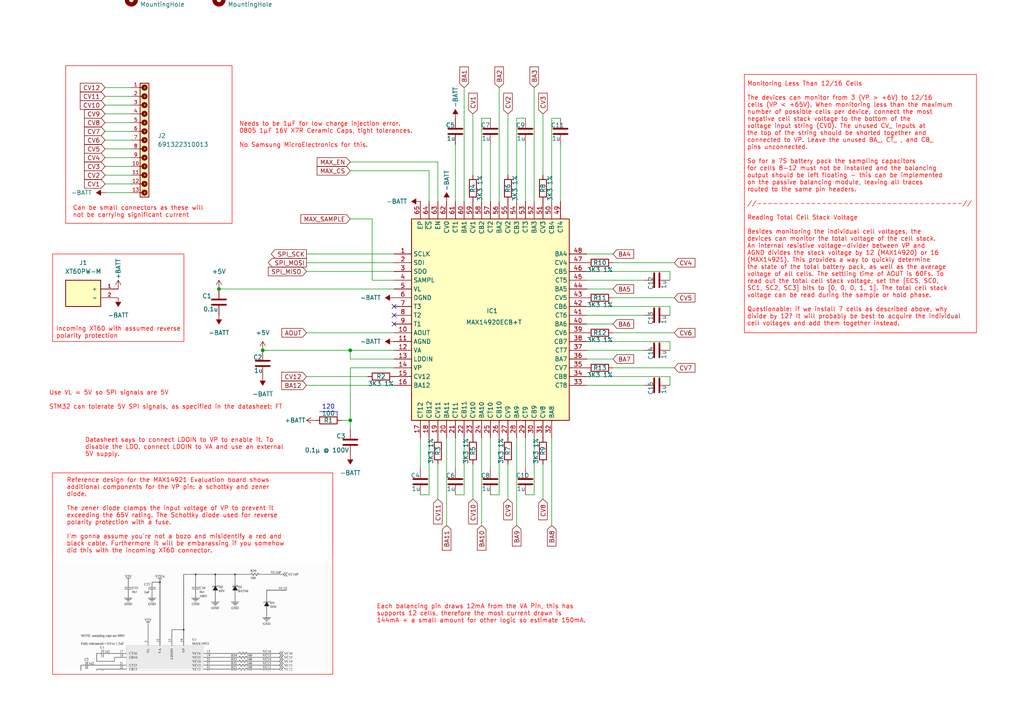
<source format=kicad_sch>
(kicad_sch (version 20250114) (generator "eeschema") (generator_version "9.0")
  (paper "A4")
  (title_block (title "IEM - Battery Management System") (date "2024-12-21") (rev "Rev 1.2") (company "Imperial Eco Marathon") (comment 1 "Designed by Anthony Ng") (comment 2 "Reviewed by "))
  (lib_symbols
    (symbol "691322310013:691322310013" (pin_names (offset 1.016))
      (property "Reference" "J" (at -17.69 -1.205 0))
      (symbol "691322310013_0_0"
        (rectangle (start -16.51 -2.54) (end 16.51 0) (stroke (width 0.254)) (fill (type background)))
        (circle (center -15.24 -1.27) (radius 0.254) (stroke (width 0.635)))
        (polyline (pts (xy -15.24 -1.27) (xy -15.24 -2.54)) (stroke (width 0.254)))
        (circle (center -12.7 -1.27) (radius 0.254) (stroke (width 0.635)))
        (polyline (pts (xy -12.7 -1.27) (xy -12.7 -2.54)) (stroke (width 0.254)))
        (circle (center -10.16 -1.27) (radius 0.254) (stroke (width 0.635)))
        (polyline (pts (xy -10.16 -1.27) (xy -10.16 -2.54)) (stroke (width 0.254)))
        (circle (center -7.62 -1.27) (radius 0.254) (stroke (width 0.635)))
        (polyline (pts (xy -7.62 -1.27) (xy -7.62 -2.54)) (stroke (width 0.254)))
        (circle (center -5.08 -1.27) (radius 0.254) (stroke (width 0.635)))
        (polyline (pts (xy -5.08 -1.27) (xy -5.08 -2.54)) (stroke (width 0.254)))
        (circle (center -2.54 -1.27) (radius 0.254) (stroke (width 0.635)))
        (polyline (pts (xy -2.54 -1.27) (xy -2.54 -2.54)) (stroke (width 0.254)))
        (polyline (pts (xy 0 -1.27) (xy 0 -2.54)) (stroke (width 0.254)))
        (circle (center 0 -1.27) (radius 0.254) (stroke (width 0.635)))
        (polyline (pts (xy 2.54 -1.27) (xy 2.54 -2.54)) (stroke (width 0.254)))
        (circle (center 2.54 -1.27) (radius 0.254) (stroke (width 0.635)))
        (polyline (pts (xy 5.08 -1.27) (xy 5.08 -2.54)) (stroke (width 0.254)))
        (circle (center 5.08 -1.27) (radius 0.254) (stroke (width 0.635)))
        (polyline (pts (xy 7.62 -1.27) (xy 7.62 -2.54)) (stroke (width 0.254)))
        (circle (center 7.62 -1.27) (radius 0.254) (stroke (width 0.635)))
        (polyline (pts (xy 10.16 -1.27) (xy 10.16 -2.54)) (stroke (width 0.254)))
        (circle (center 10.16 -1.27) (radius 0.254) (stroke (width 0.635)))
        (polyline (pts (xy 12.7 -1.27) (xy 12.7 -2.54)) (stroke (width 0.254)))
        (circle (center 12.7 -1.27) (radius 0.254) (stroke (width 0.635)))
        (polyline (pts (xy 15.24 -1.27) (xy 15.24 -2.54)) (stroke (width 0.254)))
        (circle (center 15.24 -1.27) (radius 0.254) (stroke (width 0.635)))
        (pin passive line (at -15.24 -5.08 90) (length 2.54) (name "~") (number "1"))
        (pin passive line (at -12.7 -5.08 90) (length 2.54) (name "~") (number "2"))
        (pin passive line (at -10.16 -5.08 90) (length 2.54) (name "~") (number "3"))
        (pin passive line (at -7.62 -5.08 90) (length 2.54) (name "~") (number "4"))
        (pin passive line (at -5.08 -5.08 90) (length 2.54) (name "~") (number "5"))
        (pin passive line (at -2.54 -5.08 90) (length 2.54) (name "~") (number "6"))
        (pin passive line (at 0 -5.08 90) (length 2.54) (name "~") (number "7"))
        (pin passive line (at 2.54 -5.08 90) (length 2.54) (name "~") (number "8"))
        (pin passive line (at 5.08 -5.08 90) (length 2.54) (name "~") (number "9"))
        (pin passive line (at 7.62 -5.08 90) (length 2.54) (name "~") (number "10"))
        (pin passive line (at 10.16 -5.08 90) (length 2.54) (name "~") (number "11"))
        (pin passive line (at 12.7 -5.08 90) (length 2.54) (name "~") (number "12"))
        (pin passive line (at 15.24 -5.08 90) (length 2.54) (name "~") (number "13"))
      )
    )
    (symbol "Device:C" (pin_numbers (hide yes)) (pin_names (offset 0.254))
      (property "Reference" "C" (at 0.635 2.54 0))
      (property "Value" "C" (at 0.635 -2.54 0))
      (symbol "C_0_1"
        (polyline (pts (xy -2.032 0.762) (xy 2.032 0.762)) (stroke (width 0.508)))
        (polyline (pts (xy -2.032 -0.762) (xy 2.032 -0.762)) (stroke (width 0.508)))
      )
      (symbol "C_1_1"
        (pin passive line (at 0 3.81 270) (length 2.794) (name "~") (number "1"))
        (pin passive line (at 0 -3.81 90) (length 2.794) (name "~") (number "2"))
      )
    )
    (symbol "Device:R" (pin_numbers (hide yes)) (pin_names (offset 0))
      (property "Reference" "R" (at 2.032 0 90))
      (property "Value" "R" (at 0 0 90))
      (symbol "R_0_1"
        (rectangle (start -1.016 -2.54) (end 1.016 2.54) (stroke (width 0.254)))
      )
      (symbol "R_1_1"
        (pin passive line (at 0 3.81 270) (length 1.27) (name "~") (number "1"))
        (pin passive line (at 0 -3.81 90) (length 1.27) (name "~") (number "2"))
      )
    )
    (symbol "MAX14920ECB+T:MAX14920ECB+T"
      (property "Reference" "IC" (at 52.07 15.24 0))
      (property "Value" "MAX14920ECB+T" (at 52.07 12.7 0))
      (symbol "MAX14920ECB+T_1_1"
        (rectangle (start 5.08 10.16) (end 50.8 -48.26) (stroke (width 0.254)) (fill (type background)))
        (pin passive line (at 0 0 0) (length 5.08) (name "SCLK") (number "1"))
        (pin passive line (at 0 -2.54 0) (length 5.08) (name "SDI") (number "2"))
        (pin passive line (at 0 -5.08 0) (length 5.08) (name "SDO") (number "3"))
        (pin passive line (at 0 -7.62 0) (length 5.08) (name "SAMPL") (number "4"))
        (pin passive line (at 0 -10.16 0) (length 5.08) (name "VL") (number "5"))
        (pin passive line (at 0 -12.7 0) (length 5.08) (name "DGND") (number "6"))
        (pin passive line (at 0 -15.24 0) (length 5.08) (name "T3") (number "7"))
        (pin passive line (at 0 -17.78 0) (length 5.08) (name "T2") (number "8"))
        (pin passive line (at 0 -20.32 0) (length 5.08) (name "T1") (number "9"))
        (pin passive line (at 0 -22.86 0) (length 5.08) (name "AOUT") (number "10"))
        (pin passive line (at 0 -25.4 0) (length 5.08) (name "AGND") (number "11"))
        (pin passive line (at 0 -27.94 0) (length 5.08) (name "VA") (number "12"))
        (pin passive line (at 0 -30.48 0) (length 5.08) (name "LDOIN") (number "13"))
        (pin passive line (at 0 -33.02 0) (length 5.08) (name "VP") (number "14"))
        (pin passive line (at 0 -35.56 0) (length 5.08) (name "CV12") (number "15"))
        (pin passive line (at 0 -38.1 0) (length 5.08) (name "BA12") (number "16"))
        (pin passive line (at 7.62 15.24 270) (length 5.08) (name "EP") (number "65"))
        (pin passive line (at 7.62 -53.34 90) (length 5.08) (name "CT12") (number "17"))
        (pin passive line (at 10.16 15.24 270) (length 5.08) (name "~{CS}") (number "64"))
        (pin passive line (at 10.16 -53.34 90) (length 5.08) (name "CB12") (number "18"))
        (pin passive line (at 12.7 15.24 270) (length 5.08) (name "EN") (number "63"))
        (pin passive line (at 12.7 -53.34 90) (length 5.08) (name "CV11") (number "19"))
        (pin passive line (at 15.24 15.24 270) (length 5.08) (name "CV0") (number "62"))
        (pin passive line (at 15.24 -53.34 90) (length 5.08) (name "BA11") (number "20"))
        (pin passive line (at 17.78 15.24 270) (length 5.08) (name "CT1") (number "61"))
        (pin passive line (at 17.78 -53.34 90) (length 5.08) (name "CT11") (number "21"))
        (pin passive line (at 20.32 15.24 270) (length 5.08) (name "BA1") (number "60"))
        (pin passive line (at 20.32 -53.34 90) (length 5.08) (name "CB11") (number "22"))
        (pin passive line (at 22.86 15.24 270) (length 5.08) (name "CV1") (number "59"))
        (pin passive line (at 22.86 -53.34 90) (length 5.08) (name "CV10") (number "23"))
        (pin passive line (at 25.4 15.24 270) (length 5.08) (name "CB2") (number "58"))
        (pin passive line (at 25.4 -53.34 90) (length 5.08) (name "BA10") (number "24"))
        (pin passive line (at 27.94 15.24 270) (length 5.08) (name "CT2") (number "57"))
        (pin passive line (at 27.94 -53.34 90) (length 5.08) (name "CT10") (number "25"))
        (pin passive line (at 30.48 15.24 270) (length 5.08) (name "BA2") (number "56"))
        (pin passive line (at 30.48 -53.34 90) (length 5.08) (name "CB10") (number "26"))
        (pin passive line (at 33.02 15.24 270) (length 5.08) (name "CV2") (number "55"))
        (pin passive line (at 33.02 -53.34 90) (length 5.08) (name "CV9") (number "27"))
        (pin passive line (at 35.56 15.24 270) (length 5.08) (name "CB3") (number "54"))
        (pin passive line (at 35.56 -53.34 90) (length 5.08) (name "BA9") (number "28"))
        (pin passive line (at 38.1 15.24 270) (length 5.08) (name "CT3") (number "53"))
        (pin passive line (at 38.1 -53.34 90) (length 5.08) (name "CT9") (number "29"))
        (pin passive line (at 40.64 15.24 270) (length 5.08) (name "BA3") (number "52"))
        (pin passive line (at 40.64 -53.34 90) (length 5.08) (name "CB9") (number "30"))
        (pin passive line (at 43.18 15.24 270) (length 5.08) (name "CV3") (number "51"))
        (pin passive line (at 43.18 -53.34 90) (length 5.08) (name "CV8") (number "31"))
        (pin passive line (at 45.72 15.24 270) (length 5.08) (name "CB4") (number "50"))
        (pin passive line (at 45.72 -53.34 90) (length 5.08) (name "BA8") (number "32"))
        (pin passive line (at 48.26 15.24 270) (length 5.08) (name "CT4") (number "49"))
        (pin passive line (at 55.88 0 180) (length 5.08) (name "BA4") (number "48"))
        (pin passive line (at 55.88 -2.54 180) (length 5.08) (name "CV4") (number "47"))
        (pin passive line (at 55.88 -5.08 180) (length 5.08) (name "CB5") (number "46"))
        (pin passive line (at 55.88 -7.62 180) (length 5.08) (name "CT5") (number "45"))
        (pin passive line (at 55.88 -10.16 180) (length 5.08) (name "BA5") (number "44"))
        (pin passive line (at 55.88 -12.7 180) (length 5.08) (name "CV5") (number "43"))
        (pin passive line (at 55.88 -15.24 180) (length 5.08) (name "CB6") (number "42"))
        (pin passive line (at 55.88 -17.78 180) (length 5.08) (name "CT6") (number "41"))
        (pin passive line (at 55.88 -20.32 180) (length 5.08) (name "BA6") (number "40"))
        (pin passive line (at 55.88 -22.86 180) (length 5.08) (name "CV6") (number "39"))
        (pin passive line (at 55.88 -25.4 180) (length 5.08) (name "CB7") (number "38"))
        (pin passive line (at 55.88 -27.94 180) (length 5.08) (name "CT7") (number "37"))
        (pin passive line (at 55.88 -30.48 180) (length 5.08) (name "BA7") (number "36"))
        (pin passive line (at 55.88 -33.02 180) (length 5.08) (name "CV7") (number "35"))
        (pin passive line (at 55.88 -35.56 180) (length 5.08) (name "CB8") (number "34"))
        (pin passive line (at 55.88 -38.1 180) (length 5.08) (name "CT8") (number "33"))
      )
    )
    (symbol "Mechanical:MountingHole" (pin_names (offset 1.016)) (exclude_from_sim yes) (in_bom no)
      (property "Reference" "H" (at 0 5.08 0))
      (property "Value" "MountingHole" (at 0 3.175 0))
      (symbol "MountingHole_0_1"
        (circle (center 0 0) (radius 1.27) (stroke (width 1.27)))
      )
    )
    (symbol "XT60PW-M:XT60PW-M" (pin_names (offset 1.016))
      (property "Reference" "J" (at -5.08 5.7234 0))
      (property "Value" "XT60PW-M" (at -5.08 -5.0923 0))
      (symbol "XT60PW-M_0_0"
        (rectangle (start -5.08 -2.54) (end 5.08 5.08) (stroke (width 0.254)) (fill (type background)))
        (pin passive line (at -10.16 2.54 0) (length 5.08) (name "+") (number "1"))
        (pin passive line (at -10.16 0 0) (length 5.08) (name "-") (number "2"))
      )
    )
    (symbol "power:+3.3V" (power) (pin_numbers (hide yes)) (pin_names (offset 0) (hide yes))
      (property "Value" "+3.3V" (at 0 3.556 0))
      (symbol "+3.3V_0_1"
        (polyline (pts (xy -0.762 1.27) (xy 0 2.54)))
        (polyline (pts (xy 0 2.54) (xy 0.762 1.27)))
        (polyline (pts (xy 0 0) (xy 0 2.54)))
      )
      (symbol "+3.3V_1_1"
        (pin power_in line (at 0 0 90) (length 0) (name "~") (number "1"))
      )
    )
    (symbol "power:+5V" (power) (pin_numbers (hide yes)) (pin_names (offset 0) (hide yes))
      (property "Value" "+5V" (at 0 3.556 0))
      (symbol "+5V_0_1"
        (polyline (pts (xy -0.762 1.27) (xy 0 2.54)))
        (polyline (pts (xy 0 2.54) (xy 0.762 1.27)))
        (polyline (pts (xy 0 0) (xy 0 2.54)))
      )
      (symbol "+5V_1_1"
        (pin power_in line (at 0 0 90) (length 0) (name "~") (number "1"))
      )
    )
    (symbol "power:+BATT" (power) (pin_numbers (hide yes)) (pin_names (offset 0) (hide yes))
      (property "Value" "+BATT" (at 0 3.556 0))
      (symbol "+BATT_0_1"
        (polyline (pts (xy -0.762 1.27) (xy 0 2.54)))
        (polyline (pts (xy 0 2.54) (xy 0.762 1.27)))
        (polyline (pts (xy 0 0) (xy 0 2.54)))
      )
      (symbol "+BATT_1_1"
        (pin power_in line (at 0 0 90) (length 0) (name "~") (number "1"))
      )
    )
    (symbol "power:-BATT" (power) (pin_numbers (hide yes)) (pin_names (offset 0) (hide yes))
      (property "Value" "-BATT" (at 0 3.556 0))
      (symbol "-BATT_0_1"
        (polyline (pts (xy 0 0) (xy 0 2.54)))
        (polyline (pts (xy 0.762 1.27) (xy -0.762 1.27) (xy 0 2.54) (xy 0.762 1.27)) (fill (type outline)))
      )
      (symbol "-BATT_1_1"
        (pin power_in line (at 0 0 90) (length 0) (name "~") (number "1"))
      )
    )
    (symbol "power:PWR_FLAG" (power) (pin_numbers (hide yes)) (pin_names (offset 0) (hide yes))
      (property "Value" "PWR_FLAG" (at 0 3.81 0))
      (symbol "PWR_FLAG_0_0"
        (pin power_out line (at 0 0 90) (length 0) (name "~") (number "1"))
      )
      (symbol "PWR_FLAG_0_1"
        (polyline (pts (xy 0 0) (xy 0 1.27) (xy -1.016 1.905) (xy 0 2.54) (xy 1.016 1.905) (xy 0 1.27)))
      )
    )
  )
  (rectangle (start 19.05 19.05) (end 67.31 64.77) (stroke (width 0) (color 255 0 0 1)))
  (rectangle (start 15.24 73.66) (end 53.34 99.06) (stroke (width 0) (color 255 0 0 1)))
  (rectangle (start 215.9 21.59) (end 283.21 96.52) (stroke (width 0) (color 255 0 0 1)))
  (rectangle (start 15.24 137.16) (end 96.52 195.58) (stroke (width 0) (color 255 0 0 1)))
  (text "Incoming XT60 with assumed reverse\npolarity protection" (at 16.256 96.52 0) (effects (font (size 1.27 1.27)) (justify left)))
  (text "Each balancing pin draws 12mA from the VA Pin, this has\nsupports 12 cells, therefore the most current drawn is \n144mA + a small amount for other logic so estimate 150mA. " (at 109.22 178.054 0) (effects (font (size 1.27 1.27)) (justify left)))
  (text "Datasheet says to connect LDOIN to VP to enable it. To\ndisable the LDO, connect LDOIN to VA and use an external\n5V supply." (at 24.638 129.794 0) (effects (font (size 1.27 1.27)) (justify left)))
  (text "120" (at 95.25 118.11 0) (effects (font (size 1.27 1.27))))
  (text "Monitoring Less Than 12/16 Cells\n\nThe devices can monitor from 3 (VP > +6V) to 12/16\ncells (VP < +65V). When monitoring less than the maximum \nnumber of possible cells per device, connect the most \nnegative cell stack voltage to the bottom of the\nvoltage input string (CV0). The unused CV_ inputs at\nthe top of the string should be shorted together and\nconnected to VP. Leave the unused BA_, CT_ , and CB_\npins unconnected.\n\nSo for a 7S battery pack the sampling capacitors\nfor cells 8-12 must not be installed and the balancing\noutput should be left floating - this can be implemented\non the passive balancing module, leaving all traces\nrouted to the same pin headers. \n\n//--------------------------------------//\n\nReading Total Cell Stack Voltage\n\nBesides monitoring the individual cell voltages, the\ndevices can monitor the total voltage of the cell stack.\nAn internal resistive voltage-divider between VP and\nAGND divides the stack voltage by 12 (MAX14920) or 16\n(MAX14921). This provides a way to quickly determine\nthe state of the total battery pack, as well as the average\nvoltage of all cells. The settling time of AOUT is 60Fs. To\nread out the total cell stack voltage, set the [ECS, SC0,\nSC1, SC2, SC3] bits to [0, 0, 0, 1, 1]. The total cell stack\nvoltage can be read during the sample or hold phase.\n\nQuestionable: if we install 7 cells as described above, why\ndivide by 12? It will probably be best to acquire the individual\ncell voltages and add them together instead. " (at 216.662 59.182 0) (effects (font (size 1.27 1.27)) (justify left)))
  (text "Reference design for the MAX14921 Evaluation board shows \nadditional components for the VP pin: a schottky and zener\ndiode. \n\nThe zener diode clamps the input voltage of VP to prevent it\nexceeding the 65V rating. The Schottky diode used for reverse\npolarity protection with a fuse. \n\nI'm gonna assume you're not a bozo and misidentify a red and\nblack cable. Furthermore it will be embarassing if you somehow\ndid this with the incoming XT60 connector." (at 19.304 149.606 0) (effects (font (size 1.27 1.27)) (justify left)))
  (text "Needs to be 1µF for low charge injection error. \n0805 1µF 16V X7R Ceramic Caps, tight tolerances.\n\nNo Samsung MicroElectronics for this." (at 69.342 39.116 0) (effects (font (size 1.27 1.27)) (justify left)))
  (text "Can be small connectors as these will\nnot be carrying significant current" (at 21.082 61.468 0) (effects (font (size 1.27 1.27)) (justify left)))
  (text "Use VL = 5V so SPI signals are 5V\n\nSTM32 can tolerate 5V SPI signals, as specified in the datasheet: FT" (at 14.224 116.078 0) (effects (font (size 1.27 1.27)) (justify left)))
  (junction (at 63.5 83.82))
  (junction (at 101.6 121.92))
  (junction (at 101.6 101.6))
  (junction (at 76.2 101.6))
  (no_connect (at 114.3 93.98))
  (no_connect (at 114.3 91.44))
  (no_connect (at 114.3 88.9))
  (wire (pts (xy 194.31 109.22) (xy 194.31 111.76)))
  (wire (pts (xy 30.48 25.4) (xy 38.1 25.4)))
  (wire (pts (xy 30.48 27.94) (xy 38.1 27.94)))
  (wire (pts (xy 149.86 58.42) (xy 149.86 34.29)))
  (wire (pts (xy 177.8 96.52) (xy 195.58 96.52)))
  (wire (pts (xy 170.18 104.14) (xy 177.8 104.14)))
  (wire (pts (xy 160.02 34.29) (xy 162.56 34.29)))
  (wire (pts (xy 121.92 143.51) (xy 124.46 143.51)))
  (wire (pts (xy 162.56 41.91) (xy 162.56 58.42)))
  (wire (pts (xy 88.9 109.22) (xy 106.68 109.22)))
  (wire (pts (xy 152.4 41.91) (xy 152.4 58.42)))
  (wire (pts (xy 194.31 88.9) (xy 194.31 91.44)))
  (wire (pts (xy 132.08 127) (xy 132.08 135.89)))
  (wire (pts (xy 134.62 25.4) (xy 134.62 58.42)))
  (wire (pts (xy 88.9 111.76) (xy 114.3 111.76)))
  (wire (pts (xy 177.8 86.36) (xy 195.58 86.36)))
  (wire (pts (xy 194.31 99.06) (xy 194.31 101.6)))
  (wire (pts (xy 114.3 104.14) (xy 101.6 104.14)))
  (wire (pts (xy 149.86 34.29) (xy 152.4 34.29)))
  (wire (pts (xy 139.7 58.42) (xy 139.7 34.29)))
  (wire (pts (xy 154.94 127) (xy 154.94 143.51)))
  (wire (pts (xy 30.48 38.1) (xy 38.1 38.1)))
  (polyline (pts (xy 92.71 119.38) (xy 97.79 119.38)))
  (wire (pts (xy 144.78 25.4) (xy 144.78 58.42)))
  (wire (pts (xy 170.18 101.6) (xy 186.69 101.6)))
  (wire (pts (xy 134.62 127) (xy 134.62 143.51)))
  (wire (pts (xy 30.48 50.8) (xy 38.1 50.8)))
  (wire (pts (xy 101.6 101.6) (xy 114.3 101.6)))
  (wire (pts (xy 177.8 76.2) (xy 195.58 76.2)))
  (wire (pts (xy 99.06 121.92) (xy 101.6 121.92)))
  (wire (pts (xy 194.31 78.74) (xy 194.31 81.28)))
  (wire (pts (xy 139.7 34.29) (xy 142.24 34.29)))
  (wire (pts (xy 30.48 55.88) (xy 38.1 55.88)))
  (wire (pts (xy 88.9 76.2) (xy 114.3 76.2)))
  (wire (pts (xy 30.48 43.18) (xy 38.1 43.18)))
  (wire (pts (xy 30.48 45.72) (xy 38.1 45.72)))
  (wire (pts (xy 142.24 127) (xy 142.24 135.89)))
  (wire (pts (xy 107.95 63.5) (xy 107.95 81.28)))
  (wire (pts (xy 157.48 33.02) (xy 157.48 50.8)))
  (wire (pts (xy 30.48 33.02) (xy 38.1 33.02)))
  (wire (pts (xy 88.9 96.52) (xy 114.3 96.52)))
  (wire (pts (xy 101.6 106.68) (xy 101.6 121.92)))
  (wire (pts (xy 107.95 81.28) (xy 114.3 81.28)))
  (wire (pts (xy 121.92 127) (xy 121.92 135.89)))
  (wire (pts (xy 88.9 78.74) (xy 114.3 78.74)))
  (wire (pts (xy 129.54 127) (xy 129.54 152.4)))
  (wire (pts (xy 154.94 143.51) (xy 152.4 143.51)))
  (wire (pts (xy 170.18 81.28) (xy 186.69 81.28)))
  (wire (pts (xy 76.2 101.6) (xy 101.6 101.6)))
  (wire (pts (xy 157.48 134.62) (xy 157.48 144.78)))
  (wire (pts (xy 124.46 49.53) (xy 124.46 58.42)))
  (wire (pts (xy 160.02 127) (xy 160.02 152.4)))
  (wire (pts (xy 170.18 83.82) (xy 177.8 83.82)))
  (wire (pts (xy 170.18 111.76) (xy 186.69 111.76)))
  (wire (pts (xy 144.78 127) (xy 144.78 143.51)))
  (wire (pts (xy 170.18 73.66) (xy 177.8 73.66)))
  (wire (pts (xy 101.6 49.53) (xy 124.46 49.53)))
  (wire (pts (xy 170.18 88.9) (xy 194.31 88.9)))
  (wire (pts (xy 170.18 99.06) (xy 194.31 99.06)))
  (wire (pts (xy 139.7 127) (xy 139.7 152.4)))
  (wire (pts (xy 63.5 83.82) (xy 114.3 83.82)))
  (wire (pts (xy 30.48 53.34) (xy 38.1 53.34)))
  (wire (pts (xy 160.02 58.42) (xy 160.02 34.29)))
  (wire (pts (xy 137.16 134.62) (xy 137.16 144.78)))
  (wire (pts (xy 30.48 30.48) (xy 38.1 30.48)))
  (wire (pts (xy 127 46.99) (xy 127 58.42)))
  (wire (pts (xy 170.18 93.98) (xy 177.8 93.98)))
  (wire (pts (xy 88.9 73.66) (xy 114.3 73.66)))
  (wire (pts (xy 144.78 143.51) (xy 142.24 143.51)))
  (wire (pts (xy 101.6 104.14) (xy 101.6 101.6)))
  (wire (pts (xy 170.18 109.22) (xy 194.31 109.22)))
  (wire (pts (xy 177.8 106.68) (xy 195.58 106.68)))
  (wire (pts (xy 152.4 127) (xy 152.4 135.89)))
  (wire (pts (xy 170.18 91.44) (xy 186.69 91.44)))
  (wire (pts (xy 30.48 40.64) (xy 38.1 40.64)))
  (wire (pts (xy 114.3 106.68) (xy 101.6 106.68)))
  (wire (pts (xy 101.6 63.5) (xy 107.95 63.5)))
  (wire (pts (xy 154.94 25.4) (xy 154.94 58.42)))
  (wire (pts (xy 149.86 127) (xy 149.86 152.4)))
  (wire (pts (xy 134.62 143.51) (xy 132.08 143.51)))
  (wire (pts (xy 137.16 33.02) (xy 137.16 50.8)))
  (wire (pts (xy 132.08 41.91) (xy 132.08 58.42)))
  (wire (pts (xy 127 134.62) (xy 127 144.78)))
  (wire (pts (xy 142.24 41.91) (xy 142.24 58.42)))
  (wire (pts (xy 101.6 121.92) (xy 101.6 124.46)))
  (wire (pts (xy 30.48 35.56) (xy 38.1 35.56)))
  (wire (pts (xy 124.46 127) (xy 124.46 143.51)))
  (wire (pts (xy -38.1 81.28) (xy -38.1 78.74)))
  (wire (pts (xy 101.6 46.99) (xy 127 46.99)))
  (wire (pts (xy 147.32 134.62) (xy 147.32 144.78)))
  (wire (pts (xy 30.48 48.26) (xy 38.1 48.26)))
  (wire (pts (xy 170.18 78.74) (xy 194.31 78.74)))
  (wire (pts (xy 147.32 33.02) (xy 147.32 50.8)))
  (polyline (pts (xy 97.79 119.38) (xy 97.79 120.65)))
  (image (at 55.88 177.8) (scale 1.34799))
  (global_label "SPI_MISO" (shape input) (at 88.9 78.74 180) (property "Intersheetrefs" "${INTERSHEET_REFS}" (effects (hide yes))))
  (global_label "CV3" (shape input) (at 30.48 48.26 180) (property "Intersheetrefs" "${INTERSHEET_REFS}" (effects (hide yes))))
  (global_label "CV3" (shape input) (at 157.48 33.02 90) (property "Intersheetrefs" "${INTERSHEET_REFS}" (effects (hide yes))))
  (global_label "CV1" (shape input) (at 137.16 33.02 90) (property "Intersheetrefs" "${INTERSHEET_REFS}" (effects (hide yes))))
  (global_label "CV8" (shape input) (at 30.48 35.56 180) (property "Intersheetrefs" "${INTERSHEET_REFS}" (effects (hide yes))))
  (global_label "BA6" (shape input) (at 177.8 93.98 0) (property "Intersheetrefs" "${INTERSHEET_REFS}" (effects (hide yes))))
  (global_label "BA3" (shape input) (at 154.94 25.4 90) (property "Intersheetrefs" "${INTERSHEET_REFS}" (effects (hide yes))))
  (global_label "BA5" (shape input) (at 177.8 83.82 0) (property "Intersheetrefs" "${INTERSHEET_REFS}" (effects (hide yes))))
  (global_label "CV8" (shape input) (at 157.48 144.78 270) (property "Intersheetrefs" "${INTERSHEET_REFS}" (effects (hide yes))))
  (global_label "CV2" (shape input) (at 147.32 33.02 90) (property "Intersheetrefs" "${INTERSHEET_REFS}" (effects (hide yes))))
  (global_label "BA12" (shape input) (at 88.9 111.76 180) (property "Intersheetrefs" "${INTERSHEET_REFS}" (effects (hide yes))))
  (global_label "CV4" (shape input) (at 195.58 76.2 0) (property "Intersheetrefs" "${INTERSHEET_REFS}" (effects (hide yes))))
  (global_label "CV1" (shape input) (at 30.48 53.34 180) (property "Intersheetrefs" "${INTERSHEET_REFS}" (effects (hide yes))))
  (global_label "MAX_CS" (shape input) (at 101.6 49.53 180) (property "Intersheetrefs" "${INTERSHEET_REFS}" (effects (hide yes))))
  (global_label "CV7" (shape input) (at 30.48 38.1 180) (property "Intersheetrefs" "${INTERSHEET_REFS}" (effects (hide yes))))
  (global_label "SPI_MOSI" (shape output) (at 88.9 76.2 180) (property "Intersheetrefs" "${INTERSHEET_REFS}" (effects (hide yes))))
  (global_label "MAX_SAMPLE" (shape input) (at 101.6 63.5 180) (property "Intersheetrefs" "${INTERSHEET_REFS}" (effects (hide yes))))
  (global_label "BA1" (shape input) (at 134.62 25.4 90) (property "Intersheetrefs" "${INTERSHEET_REFS}" (effects (hide yes))))
  (global_label "CV9" (shape input) (at 30.48 33.02 180) (property "Intersheetrefs" "${INTERSHEET_REFS}" (effects (hide yes))))
  (global_label "MAX_EN" (shape input) (at 101.6 46.99 180) (property "Intersheetrefs" "${INTERSHEET_REFS}" (effects (hide yes))))
  (global_label "BA9" (shape input) (at 149.86 152.4 270) (property "Intersheetrefs" "${INTERSHEET_REFS}" (effects (hide yes))))
  (global_label "BA4" (shape input) (at 177.8 73.66 0) (property "Intersheetrefs" "${INTERSHEET_REFS}" (effects (hide yes))))
  (global_label "BA7" (shape input) (at 177.8 104.14 0) (property "Intersheetrefs" "${INTERSHEET_REFS}" (effects (hide yes))))
  (global_label "CV5" (shape input) (at 195.58 86.36 0) (property "Intersheetrefs" "${INTERSHEET_REFS}" (effects (hide yes))))
  (global_label "CV4" (shape input) (at 30.48 45.72 180) (property "Intersheetrefs" "${INTERSHEET_REFS}" (effects (hide yes))))
  (global_label "CV11" (shape input) (at 127 144.78 270) (property "Intersheetrefs" "${INTERSHEET_REFS}" (effects (hide yes))))
  (global_label "BA11" (shape input) (at 129.54 152.4 270) (property "Intersheetrefs" "${INTERSHEET_REFS}" (effects (hide yes))))
  (global_label "CV2" (shape input) (at 30.48 50.8 180) (property "Intersheetrefs" "${INTERSHEET_REFS}" (effects (hide yes))))
  (global_label "AOUT" (shape input) (at 88.9 96.52 180) (property "Intersheetrefs" "${INTERSHEET_REFS}" (effects (hide yes))))
  (global_label "CV7" (shape input) (at 195.58 106.68 0) (property "Intersheetrefs" "${INTERSHEET_REFS}" (effects (hide yes))))
  (global_label "CV11" (shape input) (at 30.48 27.94 180) (property "Intersheetrefs" "${INTERSHEET_REFS}" (effects (hide yes))))
  (global_label "CV6" (shape input) (at 195.58 96.52 0) (property "Intersheetrefs" "${INTERSHEET_REFS}" (effects (hide yes))))
  (global_label "CV10" (shape input) (at 30.48 30.48 180) (property "Intersheetrefs" "${INTERSHEET_REFS}" (effects (hide yes))))
  (global_label "SPI_SCK" (shape output) (at 88.9 73.66 180) (property "Intersheetrefs" "${INTERSHEET_REFS}" (effects (hide yes))))
  (global_label "CV5" (shape input) (at 30.48 43.18 180) (property "Intersheetrefs" "${INTERSHEET_REFS}" (effects (hide yes))))
  (global_label "CV10" (shape input) (at 137.16 144.78 270) (property "Intersheetrefs" "${INTERSHEET_REFS}" (effects (hide yes))))
  (global_label "CV9" (shape input) (at 147.32 144.78 270) (property "Intersheetrefs" "${INTERSHEET_REFS}" (effects (hide yes))))
  (global_label "CV12" (shape input) (at 88.9 109.22 180) (property "Intersheetrefs" "${INTERSHEET_REFS}" (effects (hide yes))))
  (global_label "BA8" (shape input) (at 160.02 152.4 270) (property "Intersheetrefs" "${INTERSHEET_REFS}" (effects (hide yes))))
  (global_label "CV12" (shape input) (at 30.48 25.4 180) (property "Intersheetrefs" "${INTERSHEET_REFS}" (effects (hide yes))))
  (global_label "BA2" (shape input) (at 144.78 25.4 90) (property "Intersheetrefs" "${INTERSHEET_REFS}" (effects (hide yes))))
  (global_label "BA10" (shape input) (at 139.7 152.4 270) (property "Intersheetrefs" "${INTERSHEET_REFS}" (effects (hide yes))))
  (global_label "CV6" (shape input) (at 30.48 40.64 180) (property "Intersheetrefs" "${INTERSHEET_REFS}" (effects (hide yes))))
  (symbol (lib_id "Device:C") (at 190.5 101.6 270) (unit 1)
    (property "Reference" "C14" (at 188.722 104.394 0) (effects (justify right)))
    (property "Value" "1u" (at 192.532 104.14 0) (effects (justify right)))
    (property "Footprint" "Capacitor_SMD:C_0805_2012Metric_Pad1.18x1.45mm_HandSolder" (effects (hide yes)))
    (property "Description" "Unpolarized capacitor" (effects (hide yes)))
  )
  (symbol (lib_id "power:+BATT") (at -63.5 78.74 0) (unit 1)
    (property "Reference" "#PWR01" (effects (hide yes)))
    (property "Value" "+BATT" (at -63.5 72.898 90))
    (property "Description" "Power symbol creates a global label with name \"+BATT\"" (effects (hide yes)))
  )
  (symbol (lib_id "power:-BATT") (at 129.54 58.42 0) (unit 1)
    (property "Reference" "#PWR017" (effects (hide yes)))
    (property "Value" "-BATT" (at 129.54 52.324 90))
    (property "Description" "Power symbol creates a global label with name \"-BATT\"" (effects (hide yes)))
  )
  (symbol (lib_id "power:-BATT") (at 121.92 58.42 90) (unit 1)
    (property "Reference" "#PWR016" (effects (hide yes)))
    (property "Value" "-BATT" (at 118.11 58.4199 90) (effects (justify left)))
    (property "Description" "Power symbol creates a global label with name \"-BATT\"" (effects (hide yes)))
  )
  (symbol (lib_id "power:-BATT") (at 114.3 99.06 90) (unit 1)
    (property "Reference" "#PWR015" (effects (hide yes)))
    (property "Value" "-BATT" (at 110.49 99.0599 90) (effects (justify left)))
    (property "Description" "Power symbol creates a global label with name \"-BATT\"" (effects (hide yes)))
  )
  (symbol (lib_id "Device:C") (at 121.92 139.7 180) (unit 1)
    (property "Reference" "C4" (at 119.126 137.922 0) (effects (justify right)))
    (property "Value" "1u" (at 119.38 141.732 0) (effects (justify right)))
    (property "Footprint" "Capacitor_SMD:C_0805_2012Metric_Pad1.18x1.45mm_HandSolder" (effects (hide yes)))
    (property "Description" "Unpolarized capacitor" (effects (hide yes)))
  )
  (symbol (lib_id "power:-BATT") (at -50.8 78.74 0) (mirror y) (unit 1)
    (property "Reference" "#PWR02" (effects (hide yes)))
    (property "Value" "-BATT" (at -50.8 73.66 0))
    (property "Description" "Power symbol creates a global label with name \"-BATT\"" (effects (hide yes)))
  )
  (symbol (lib_id "Device:C") (at 152.4 38.1 180) (unit 1)
    (property "Reference" "C9" (at 149.606 36.322 0) (effects (justify right)))
    (property "Value" "1u" (at 149.86 40.132 0) (effects (justify right)))
    (property "Footprint" "Capacitor_SMD:C_0805_2012Metric_Pad1.18x1.45mm_HandSolder" (effects (hide yes)))
    (property "Description" "Unpolarized capacitor" (effects (hide yes)))
  )
  (symbol (lib_id "power:-BATT") (at 34.29 86.36 180) (unit 1)
    (property "Reference" "#PWR07" (effects (hide yes)))
    (property "Value" "-BATT" (at 34.29 91.44 0))
    (property "Description" "Power symbol creates a global label with name \"-BATT\"" (effects (hide yes)))
  )
  (symbol (lib_id "power:+5V") (at 76.2 101.6 0) (unit 1)
    (property "Reference" "#PWR010" (effects (hide yes)))
    (property "Value" "+5V" (at 76.2 96.52 0))
    (property "Description" "Power symbol creates a global label with name \"+5V\"" (effects (hide yes)))
  )
  (symbol (lib_id "Device:R") (at 173.99 96.52 270) (unit 1)
    (property "Reference" "R12" (at 173.99 96.52 90))
    (property "Value" "3K3 1%" (at 173.99 98.552 90))
    (property "Footprint" "Resistor_SMD:R_0805_2012Metric_Pad1.20x1.40mm_HandSolder" (effects (hide yes)))
    (property "Description" "Resistor" (effects (hide yes)))
  )
  (symbol (lib_id "Device:R") (at 137.16 54.61 0) (unit 1)
    (property "Reference" "R4" (at 137.16 54.61 90))
    (property "Value" "3K3 1%" (at 139.192 54.61 90))
    (property "Footprint" "Resistor_SMD:R_0805_2012Metric_Pad1.20x1.40mm_HandSolder" (effects (hide yes)))
    (property "Description" "Resistor" (effects (hide yes)))
  )
  (symbol (lib_id "Device:R") (at 147.32 130.81 180) (unit 1)
    (property "Reference" "R7" (at 147.32 130.81 90))
    (property "Value" "3K3 1%" (at 145.288 130.81 90))
    (property "Footprint" "Resistor_SMD:R_0805_2012Metric_Pad1.20x1.40mm_HandSolder" (effects (hide yes)))
    (property "Description" "Resistor" (effects (hide yes)))
  )
  (symbol (lib_id "Device:R") (at 157.48 130.81 180) (unit 1)
    (property "Reference" "R9" (at 157.48 130.81 90))
    (property "Value" "3K3 1%" (at 155.448 130.81 90))
    (property "Footprint" "Resistor_SMD:R_0805_2012Metric_Pad1.20x1.40mm_HandSolder" (effects (hide yes)))
    (property "Description" "Resistor" (effects (hide yes)))
  )
  (symbol (lib_id "power:PWR_FLAG") (at -50.8 78.74 180) (unit 1)
    (property "Reference" "#FLG02" (effects (hide yes)))
    (property "Value" "PWR_FLAG" (at -50.8 83.82 0))
    (property "Description" "Special symbol for telling ERC where power comes from" (effects (hide yes)))
  )
  (symbol (lib_id "power:-BATT") (at 132.08 34.29 0) (unit 1)
    (property "Reference" "#PWR018" (effects (hide yes)))
    (property "Value" "-BATT" (at 132.08 28.194 90))
    (property "Description" "Power symbol creates a global label with name \"-BATT\"" (effects (hide yes)))
  )
  (symbol (lib_id "power:-BATT") (at 114.3 86.36 90) (unit 1)
    (property "Reference" "#PWR014" (effects (hide yes)))
    (property "Value" "-BATT" (at 110.49 86.3599 90) (effects (justify left)))
    (property "Description" "Power symbol creates a global label with name \"-BATT\"" (effects (hide yes)))
  )
  (symbol (lib_id "Device:R") (at 173.99 106.68 270) (unit 1)
    (property "Reference" "R13" (at 173.99 106.68 90))
    (property "Value" "3K3 1%" (at 173.99 108.712 90))
    (property "Footprint" "Resistor_SMD:R_0805_2012Metric_Pad1.20x1.40mm_HandSolder" (effects (hide yes)))
    (property "Description" "Resistor" (effects (hide yes)))
  )
  (symbol (lib_id "Device:R") (at 137.16 130.81 180) (unit 1)
    (property "Reference" "R5" (at 137.16 130.81 90))
    (property "Value" "3K3 1%" (at 135.128 130.81 90))
    (property "Footprint" "Resistor_SMD:R_0805_2012Metric_Pad1.20x1.40mm_HandSolder" (effects (hide yes)))
    (property "Description" "Resistor" (effects (hide yes)))
  )
  (symbol (lib_id "Device:R") (at 173.99 86.36 270) (unit 1)
    (property "Reference" "R11" (at 173.99 86.36 90))
    (property "Value" "3K3 1%" (at 173.99 88.392 90))
    (property "Footprint" "Resistor_SMD:R_0805_2012Metric_Pad1.20x1.40mm_HandSolder" (effects (hide yes)))
    (property "Description" "Resistor" (effects (hide yes)))
  )
  (symbol (lib_id "power:PWR_FLAG") (at -63.5 78.74 180) (unit 1)
    (property "Reference" "#FLG01" (effects (hide yes)))
    (property "Value" "PWR_FLAG" (at -63.5 83.82 0))
    (property "Description" "Special symbol for telling ERC where power comes from" (effects (hide yes)))
  )
  (symbol (lib_id "MAX14920ECB+T:MAX14920ECB+T") (at 114.3 73.66 0) (unit 1)
    (property "Reference" "IC1" (at 142.748 90.17 0))
    (property "Value" "MAX14920ECB+T" (at 143.256 93.472 0))
    (property "Footprint" "MAX14920ECB+T:QFP50P1200X1200X120-65N" (effects (hide yes)))
    (property "Datasheet" "https://datasheets.maximintegrated.com/en/ds/MAX14920-MAX14921.pdf" (effects (hide yes)))
    (property "Description" "Battery Management High-Accuracy 12-/16-Cell Measurement AFE" (effects (hide yes)))
    (property "Height" "1.2" (effects (hide yes)))
    (property "Manufacturer_Name" "Analog Devices" (effects (hide yes)))
    (property "Manufacturer_Part_Number" "MAX14920ECB+T" (effects (hide yes)))
    (property "Mouser Part Number" "700-MAX14920ECB+T" (effects (hide yes)))
    (property "Mouser Price/Stock" "https://www.mouser.co.uk/ProductDetail/Analog-Devices-Maxim-Integrated/MAX14920ECB%2bT?qs=Vwh6e7toGLiFw4nc7fzBRQ%3D%3D" (effects (hide yes)))
  )
  (symbol (lib_id "power:+5V") (at 63.5 83.82 0) (unit 1)
    (property "Reference" "#PWR08" (effects (hide yes)))
    (property "Value" "+5V" (at 63.5 78.74 0))
    (property "Description" "Power symbol creates a global label with name \"+5V\"" (effects (hide yes)))
  )
  (symbol (lib_id "Device:C") (at 101.6 128.27 180) (unit 1)
    (property "Reference" "C3" (at 97.536 126.492 0) (effects (justify right)))
    (property "Value" "0.1µ @ 100V" (at 88.392 130.556 0) (effects (justify right)))
    (property "Footprint" "Capacitor_SMD:C_0805_2012Metric_Pad1.18x1.45mm_HandSolder" (effects (hide yes)))
    (property "Description" "Unpolarized capacitor" (effects (hide yes)))
  )
  (symbol (lib_id "power:+BATT") (at 34.29 83.82 0) (unit 1)
    (property "Reference" "#PWR06" (effects (hide yes)))
    (property "Value" "+BATT" (at 34.29 77.978 90))
    (property "Description" "Power symbol creates a global label with name \"+BATT\"" (effects (hide yes)))
  )
  (symbol (lib_id "Device:R") (at 110.49 109.22 270) (unit 1)
    (property "Reference" "R2" (at 110.49 109.22 90))
    (property "Value" "3K3 1%" (at 110.49 111.252 90))
    (property "Footprint" "Resistor_SMD:R_0805_2012Metric_Pad1.20x1.40mm_HandSolder" (effects (hide yes)))
    (property "Description" "Resistor" (effects (hide yes)))
  )
  (symbol (lib_id "Device:C") (at 142.24 139.7 180) (unit 1)
    (property "Reference" "C8" (at 139.446 137.922 0) (effects (justify right)))
    (property "Value" "1u" (at 139.7 141.732 0) (effects (justify right)))
    (property "Footprint" "Capacitor_SMD:C_0805_2012Metric_Pad1.18x1.45mm_HandSolder" (effects (hide yes)))
    (property "Description" "Unpolarized capacitor" (effects (hide yes)))
  )
  (symbol (lib_id "power:-BATT") (at 76.2 109.22 180) (unit 1)
    (property "Reference" "#PWR011" (effects (hide yes)))
    (property "Value" "-BATT" (at 76.2 114.3 0))
    (property "Description" "Power symbol creates a global label with name \"-BATT\"" (effects (hide yes)))
  )
  (symbol (lib_id "Device:C") (at 76.2 105.41 180) (unit 1)
    (property "Reference" "C2" (at 73.406 103.632 0) (effects (justify right)))
    (property "Value" "1u" (at 73.66 107.442 0) (effects (justify right)))
    (property "Footprint" "Capacitor_SMD:C_0805_2012Metric_Pad1.18x1.45mm_HandSolder" (effects (hide yes)))
    (property "Description" "Unpolarized capacitor" (effects (hide yes)))
  )
  (symbol (lib_id "Mechanical:MountingHole") (at 38.1 -25.4 0) (unit 1) (exclude_from_sim yes) (in_bom no)
    (property "Reference" "H1" (at 40.64 -26.6701 0) (effects (justify left)))
    (property "Value" "MountingHole" (at 40.64 -24.1301 0) (effects (justify left)))
    (property "Footprint" "MountingHole:MountingHole_3.2mm_M3_ISO14580_Pad" (effects (hide yes)))
    (property "Description" "Mounting Hole without connection" (effects (hide yes)))
  )
  (symbol (lib_id "Mechanical:MountingHole") (at 63.5 -12.7 0) (unit 1) (exclude_from_sim yes) (in_bom no)
    (property "Reference" "H5" (at 66.04 -13.9701 0) (effects (justify left)))
    (property "Value" "MountingHole" (at 66.04 -11.4301 0) (effects (justify left)))
    (property "Footprint" "MountingHole:MountingHole_3.2mm_M3_ISO14580_Pad" (effects (hide yes)))
    (property "Description" "Mounting Hole without connection" (effects (hide yes)))
  )
  (symbol (lib_id "Device:C") (at 190.5 81.28 270) (unit 1)
    (property "Reference" "C12" (at 188.722 84.074 0) (effects (justify right)))
    (property "Value" "1u" (at 192.532 83.82 0) (effects (justify right)))
    (property "Footprint" "Capacitor_SMD:C_0805_2012Metric_Pad1.18x1.45mm_HandSolder" (effects (hide yes)))
    (property "Description" "Unpolarized capacitor" (effects (hide yes)))
  )
  (symbol (lib_id "Device:C") (at 132.08 139.7 180) (unit 1)
    (property "Reference" "C6" (at 129.286 137.922 0) (effects (justify right)))
    (property "Value" "1u" (at 129.54 141.732 0) (effects (justify right)))
    (property "Footprint" "Capacitor_SMD:C_0805_2012Metric_Pad1.18x1.45mm_HandSolder" (effects (hide yes)))
    (property "Description" "Unpolarized capacitor" (effects (hide yes)))
  )
  (symbol (lib_id "power:-BATT") (at 63.5 91.44 180) (unit 1)
    (property "Reference" "#PWR09" (effects (hide yes)))
    (property "Value" "-BATT" (at 63.5 96.52 0))
    (property "Description" "Power symbol creates a global label with name \"-BATT\"" (effects (hide yes)))
  )
  (symbol (lib_id "Device:R") (at 173.99 76.2 270) (unit 1)
    (property "Reference" "R10" (at 173.99 76.2 90))
    (property "Value" "3K3 1%" (at 173.99 78.232 90))
    (property "Footprint" "Resistor_SMD:R_0805_2012Metric_Pad1.20x1.40mm_HandSolder" (effects (hide yes)))
    (property "Description" "Resistor" (effects (hide yes)))
  )
  (symbol (lib_id "power:-BATT") (at 101.6 132.08 180) (unit 1)
    (property "Reference" "#PWR013" (effects (hide yes)))
    (property "Value" "-BATT" (at 101.6 137.16 0))
    (property "Description" "Power symbol creates a global label with name \"-BATT\"" (effects (hide yes)))
  )
  (symbol (lib_id "Mechanical:MountingHole") (at 88.9 -12.7 0) (unit 1) (exclude_from_sim yes) (in_bom no)
    (property "Reference" "H7" (at 91.44 -13.9701 0) (effects (justify left)))
    (property "Value" "MountingHole" (at 91.44 -11.4301 0) (effects (justify left)))
    (property "Footprint" "MountingHole:MountingHole_3.2mm_M3_ISO14580_Pad" (effects (hide yes)))
    (property "Description" "Mounting Hole without connection" (effects (hide yes)))
  )
  (symbol (lib_id "Mechanical:MountingHole") (at 38.1 -12.7 0) (unit 1) (exclude_from_sim yes) (in_bom no)
    (property "Reference" "H2" (at 40.64 -13.9701 0) (effects (justify left)))
    (property "Value" "MountingHole" (at 40.64 -11.4301 0) (effects (justify left)))
    (property "Footprint" "MountingHole:MountingHole_3.2mm_M3_ISO14580_Pad" (effects (hide yes)))
    (property "Description" "Mounting Hole without connection" (effects (hide yes)))
  )
  (symbol (lib_id "Device:C") (at 152.4 139.7 180) (unit 1)
    (property "Reference" "C10" (at 149.606 137.922 0) (effects (justify right)))
    (property "Value" "1u" (at 149.86 141.732 0) (effects (justify right)))
    (property "Footprint" "Capacitor_SMD:C_0805_2012Metric_Pad1.18x1.45mm_HandSolder" (effects (hide yes)))
    (property "Description" "Unpolarized capacitor" (effects (hide yes)))
  )
  (symbol (lib_id "Device:R") (at 95.25 121.92 90) (unit 1)
    (property "Reference" "R1" (at 95.25 121.92 90))
    (property "Value" "100" (at 95.25 119.888 90))
    (property "Footprint" "Resistor_SMD:R_0805_2012Metric_Pad1.20x1.40mm_HandSolder" (effects (hide yes)))
    (property "Description" "Resistor" (effects (hide yes)))
  )
  (symbol (lib_id "Device:R") (at 147.32 54.61 0) (unit 1)
    (property "Reference" "R6" (at 147.32 54.61 90))
    (property "Value" "3K3 1%" (at 149.352 54.61 90))
    (property "Footprint" "Resistor_SMD:R_0805_2012Metric_Pad1.20x1.40mm_HandSolder" (effects (hide yes)))
    (property "Description" "Resistor" (effects (hide yes)))
  )
  (symbol (lib_id "Device:R") (at 127 130.81 180) (unit 1)
    (property "Reference" "R3" (at 127 130.81 90))
    (property "Value" "3K3 1%" (at 124.968 130.81 90))
    (property "Footprint" "Resistor_SMD:R_0805_2012Metric_Pad1.20x1.40mm_HandSolder" (effects (hide yes)))
    (property "Description" "Resistor" (effects (hide yes)))
  )
  (symbol (lib_id "Device:C") (at 190.5 91.44 270) (unit 1)
    (property "Reference" "C13" (at 188.722 94.234 0) (effects (justify right)))
    (property "Value" "1u" (at 192.532 93.98 0) (effects (justify right)))
    (property "Footprint" "Capacitor_SMD:C_0805_2012Metric_Pad1.18x1.45mm_HandSolder" (effects (hide yes)))
    (property "Description" "Unpolarized capacitor" (effects (hide yes)))
  )
  (symbol (lib_id "Mechanical:MountingHole") (at 38.1 0 0) (unit 1) (exclude_from_sim yes) (in_bom no)
    (property "Reference" "H3" (at 40.64 -1.2701 0) (effects (justify left)))
    (property "Value" "MountingHole" (at 40.64 1.2699 0) (effects (justify left)))
    (property "Footprint" "MountingHole:MountingHole_3.2mm_M3_ISO14580_Pad" (effects (hide yes)))
    (property "Description" "Mounting Hole without connection" (effects (hide yes)))
  )
  (symbol (lib_id "Device:C") (at 63.5 87.63 180) (unit 1)
    (property "Reference" "C1" (at 58.674 85.852 0) (effects (justify right)))
    (property "Value" "0.1u" (at 58.928 89.662 0) (effects (justify right)))
    (property "Footprint" "Capacitor_SMD:C_0805_2012Metric_Pad1.18x1.45mm_HandSolder" (effects (hide yes)))
    (property "Description" "Unpolarized capacitor" (effects (hide yes)))
  )
  (symbol (lib_id "691322310013:691322310013") (at 43.18 40.64 270) (unit 1)
    (property "Reference" "J2" (at 45.72 39.3699 90) (effects (justify left)))
    (property "Value" "691322310013" (at 45.72 41.9099 90) (effects (justify left)))
    (property "Footprint" "691322310013:691322310013" (effects (hide yes)))
    (property "MF" "Wurth Electronics" (effects (hide yes)))
    (property "Description_1" "\n                        \n                            13 Position Terminal Block Header, Male Pins, Shrouded (4 Side) 0.150 (3.81mm) 90°, Right Angle Through Hole\n                        \n" (effects (hide yes)))
    (property "Package" "None" (effects (hide yes)))
    (property "MOUNT" "THT" (effects (hide yes)))
    (property "IR-VDE" "10.5A" (effects (hide yes)))
    (property "IR-UL" "10A" (effects (hide yes)))
    (property "VALUE" "691322310013" (effects (hide yes)))
    (property "Availability" "In Stock" (effects (hide yes)))
    (property "WORKING-VOLTAGE-UL" "300V (AC)" (effects (hide yes)))
    (property "PART-NUMBER" "691322310013" (effects (hide yes)))
    (property "SnapEDA_Link" "https://www.snapeda.com/parts/691322310013/Wurth+Electronics/view-part/?ref=snap" (effects (hide yes)))
    (property "DATASHEET-URL" "https://www.we-online.com/catalog/datasheet/691322310013.pdf" (effects (hide yes)))
    (property "MP" "691322310013" (effects (hide yes)))
    (property "PITCH" "3.81mm" (effects (hide yes)))
    (property "PINS" "13" (effects (hide yes)))
    (property "WORKING-VOLTAGE-VDE" "300V (AC)" (effects (hide yes)))
    (property "TYPE" "Horizontal" (effects (hide yes)))
    (property "Price" "None" (effects (hide yes)))
    (property "Check_prices" "https://www.snapeda.com/parts/691322310013/Wurth+Electronics/view-part/?ref=eda" (effects (hide yes)))
  )
  (symbol (lib_id "Device:R") (at 157.48 54.61 0) (unit 1)
    (property "Reference" "R8" (at 157.48 54.61 90))
    (property "Value" "3K3 1%" (at 159.512 54.61 90))
    (property "Footprint" "Resistor_SMD:R_0805_2012Metric_Pad1.20x1.40mm_HandSolder" (effects (hide yes)))
    (property "Description" "Resistor" (effects (hide yes)))
  )
  (symbol (lib_id "Device:C") (at 132.08 38.1 180) (unit 1)
    (property "Reference" "C5" (at 129.286 36.322 0) (effects (justify right)))
    (property "Value" "1u" (at 129.54 40.132 0) (effects (justify right)))
    (property "Footprint" "Capacitor_SMD:C_0805_2012Metric_Pad1.18x1.45mm_HandSolder" (effects (hide yes)))
    (property "Description" "Unpolarized capacitor" (effects (hide yes)))
  )
  (symbol (lib_id "Mechanical:MountingHole") (at 114.3 -25.4 0) (unit 1) (exclude_from_sim yes) (in_bom no)
    (property "Reference" "H8" (at 116.84 -26.6701 0) (effects (justify left)))
    (property "Value" "MountingHole" (at 116.84 -24.1301 0) (effects (justify left)))
    (property "Footprint" "MountingHole:MountingHole_3.2mm_M3_ISO14580_Pad" (effects (hide yes)))
    (property "Description" "Mounting Hole without connection" (effects (hide yes)))
  )
  (symbol (lib_id "Mechanical:MountingHole") (at 63.5 0 0) (unit 1) (exclude_from_sim yes) (in_bom no)
    (property "Reference" "H6" (at 66.04 -1.2701 0) (effects (justify left)))
    (property "Value" "MountingHole" (at 66.04 1.2699 0) (effects (justify left)))
    (property "Footprint" "MountingHole:MountingHole_3.2mm_M3_ISO14580_Pad" (effects (hide yes)))
    (property "Description" "Mounting Hole without connection" (effects (hide yes)))
  )
  (symbol (lib_id "Device:C") (at 142.24 38.1 180) (unit 1)
    (property "Reference" "C7" (at 139.446 36.322 0) (effects (justify right)))
    (property "Value" "1u" (at 139.7 40.132 0) (effects (justify right)))
    (property "Footprint" "Capacitor_SMD:C_0805_2012Metric_Pad1.18x1.45mm_HandSolder" (effects (hide yes)))
    (property "Description" "Unpolarized capacitor" (effects (hide yes)))
  )
  (symbol (lib_id "power:+5V") (at -25.4 78.74 0) (unit 1)
    (property "Reference" "#PWR04" (effects (hide yes)))
    (property "Value" "+5V" (at -25.4 73.66 0))
    (property "Description" "Power symbol creates a global label with name \"+5V\"" (effects (hide yes)))
  )
  (symbol (lib_id "Mechanical:MountingHole") (at 63.5 -25.4 0) (unit 1) (exclude_from_sim yes) (in_bom no)
    (property "Reference" "H4" (at 66.04 -26.6701 0) (effects (justify left)))
    (property "Value" "MountingHole" (at 66.04 -24.1301 0) (effects (justify left)))
    (property "Footprint" "MountingHole:MountingHole_3.2mm_M3_ISO14580_Pad" (effects (hide yes)))
    (property "Description" "Mounting Hole without connection" (effects (hide yes)))
  )
  (symbol (lib_id "power:PWR_FLAG") (at -38.1 81.28 180) (unit 1)
    (property "Reference" "#FLG03" (effects (hide yes)))
    (property "Value" "PWR_FLAG" (at -38.1 86.36 0))
    (property "Description" "Special symbol for telling ERC where power comes from" (effects (hide yes)))
  )
  (symbol (lib_id "XT60PW-M:XT60PW-M") (at 24.13 86.36 0) (mirror y) (unit 1)
    (property "Reference" "J1" (at 24.13 76.2 0))
    (property "Value" "XT60PW-M" (at 24.13 78.74 0))
    (property "Footprint" "XT60PW-M:AMASS_XT60PW-M" (effects (hide yes)))
    (property "MF" "AMASS" (effects (hide yes)))
    (property "MAXIMUM_PACKAGE_HEIGHT" "8.4 mm" (effects (hide yes)))
    (property "Package" "Package" (effects (hide yes)))
    (property "Price" "None" (effects (hide yes)))
    (property "Check_prices" "https://www.snapeda.com/parts/XT60PW-M/AMASS/view-part/?ref=eda" (effects (hide yes)))
    (property "STANDARD" "Manufacturer recommendations" (effects (hide yes)))
    (property "PARTREV" "V1.2" (effects (hide yes)))
    (property "SnapEDA_Link" "https://www.snapeda.com/parts/XT60PW-M/AMASS/view-part/?ref=snap" (effects (hide yes)))
    (property "MP" "XT60PW-M" (effects (hide yes)))
    (property "Description_1" "\n                        \n                            Socket, DC supply, male, PIN: 2\n                        \n" (effects (hide yes)))
    (property "Availability" "Not in stock" (effects (hide yes)))
    (property "MANUFACTURER" "AMASS" (effects (hide yes)))
  )
  (symbol (lib_id "power:PWR_FLAG") (at -25.4 78.74 180) (unit 1)
    (property "Reference" "#FLG04" (effects (hide yes)))
    (property "Value" "PWR_FLAG" (at -25.4 83.82 0))
    (property "Description" "Special symbol for telling ERC where power comes from" (effects (hide yes)))
  )
  (symbol (lib_id "power:+3.3V") (at -38.1 78.74 0) (unit 1)
    (property "Reference" "#PWR03" (effects (hide yes)))
    (property "Value" "+3.3V" (at -38.1 73.66 0))
    (property "Description" "Power symbol creates a global label with name \"+3.3V\"" (effects (hide yes)))
  )
  (symbol (lib_id "power:-BATT") (at 30.48 55.88 90) (mirror x) (unit 1)
    (property "Reference" "#PWR05" (effects (hide yes)))
    (property "Value" "-BATT" (at 26.67 55.8801 90) (effects (justify left)))
    (property "Description" "Power symbol creates a global label with name \"-BATT\"" (effects (hide yes)))
  )
  (symbol (lib_id "Device:C") (at 190.5 111.76 270) (unit 1)
    (property "Reference" "C15" (at 188.722 114.554 0) (effects (justify right)))
    (property "Value" "1u" (at 192.532 114.3 0) (effects (justify right)))
    (property "Footprint" "Capacitor_SMD:C_0805_2012Metric_Pad1.18x1.45mm_HandSolder" (effects (hide yes)))
    (property "Description" "Unpolarized capacitor" (effects (hide yes)))
  )
  (symbol (lib_id "power:+BATT") (at 91.44 121.92 90) (unit 1)
    (property "Reference" "#PWR012" (effects (hide yes)))
    (property "Value" "+BATT" (at 85.598 121.92 90))
    (property "Description" "Power symbol creates a global label with name \"+BATT\"" (effects (hide yes)))
  )
  (symbol (lib_id "Device:C") (at 162.56 38.1 180) (unit 1)
    (property "Reference" "C11" (at 159.766 36.322 0) (effects (justify right)))
    (property "Value" "1u" (at 160.02 40.132 0) (effects (justify right)))
    (property "Footprint" "Capacitor_SMD:C_0805_2012Metric_Pad1.18x1.45mm_HandSolder" (effects (hide yes)))
    (property "Description" "Unpolarized capacitor" (effects (hide yes)))
  )
)
</source>
